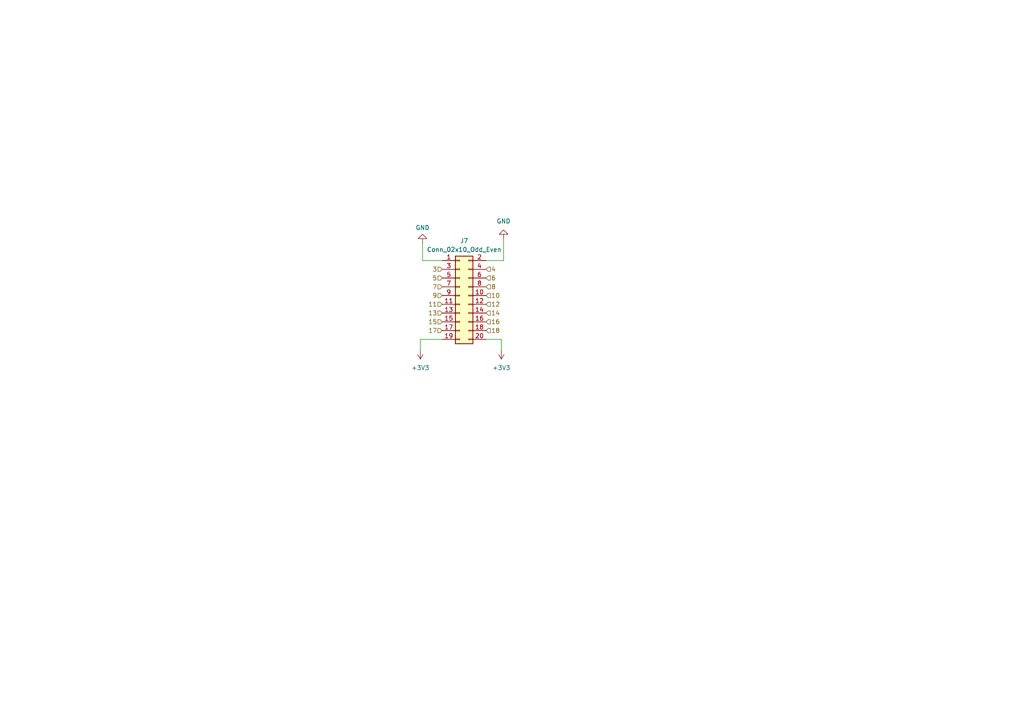
<source format=kicad_sch>
(kicad_sch (version 20231120) (generator "eeschema") (generator_version "8.0")
  (paper "A4")
  (lib_symbols
    (symbol "Connector_Generic:Conn_02x10_Odd_Even" (pin_names (offset 1.016) hide)
      (property "Reference" "J" (at 1.27 12.7 0))
      (property "Value" "Conn_02x10_Odd_Even" (at 1.27 -15.24 0))
      (symbol "Conn_02x10_Odd_Even_1_1"
        (rectangle (start -1.27 -12.573) (end 0 -12.827) (stroke (width 0.1524)))
        (rectangle (start -1.27 -10.033) (end 0 -10.287) (stroke (width 0.1524)))
        (rectangle (start -1.27 -7.493) (end 0 -7.747) (stroke (width 0.1524)))
        (rectangle (start -1.27 -4.953) (end 0 -5.207) (stroke (width 0.1524)))
        (rectangle (start -1.27 -2.413) (end 0 -2.667) (stroke (width 0.1524)))
        (rectangle (start -1.27 0.127) (end 0 -0.127) (stroke (width 0.1524)))
        (rectangle (start -1.27 2.667) (end 0 2.413) (stroke (width 0.1524)))
        (rectangle (start -1.27 5.207) (end 0 4.953) (stroke (width 0.1524)))
        (rectangle (start -1.27 7.747) (end 0 7.493) (stroke (width 0.1524)))
        (rectangle (start -1.27 10.287) (end 0 10.033) (stroke (width 0.1524)))
        (rectangle (start -1.27 11.43) (end 3.81 -13.97) (stroke (width 0.254)) (fill (type background)))
        (rectangle (start 3.81 -12.573) (end 2.54 -12.827) (stroke (width 0.1524)))
        (rectangle (start 3.81 -10.033) (end 2.54 -10.287) (stroke (width 0.1524)))
        (rectangle (start 3.81 -7.493) (end 2.54 -7.747) (stroke (width 0.1524)))
        (rectangle (start 3.81 -4.953) (end 2.54 -5.207) (stroke (width 0.1524)))
        (rectangle (start 3.81 -2.413) (end 2.54 -2.667) (stroke (width 0.1524)))
        (rectangle (start 3.81 0.127) (end 2.54 -0.127) (stroke (width 0.1524)))
        (rectangle (start 3.81 2.667) (end 2.54 2.413) (stroke (width 0.1524)))
        (rectangle (start 3.81 5.207) (end 2.54 4.953) (stroke (width 0.1524)))
        (rectangle (start 3.81 7.747) (end 2.54 7.493) (stroke (width 0.1524)))
        (rectangle (start 3.81 10.287) (end 2.54 10.033) (stroke (width 0.1524)))
        (pin passive line (at -5.08 10.16 0) (length 3.81) (name "Pin_1") (number "1"))
        (pin passive line (at 7.62 0 180) (length 3.81) (name "Pin_10") (number "10"))
        (pin passive line (at -5.08 -2.54 0) (length 3.81) (name "Pin_11") (number "11"))
        (pin passive line (at 7.62 -2.54 180) (length 3.81) (name "Pin_12") (number "12"))
        (pin passive line (at -5.08 -5.08 0) (length 3.81) (name "Pin_13") (number "13"))
        (pin passive line (at 7.62 -5.08 180) (length 3.81) (name "Pin_14") (number "14"))
        (pin passive line (at -5.08 -7.62 0) (length 3.81) (name "Pin_15") (number "15"))
        (pin passive line (at 7.62 -7.62 180) (length 3.81) (name "Pin_16") (number "16"))
        (pin passive line (at -5.08 -10.16 0) (length 3.81) (name "Pin_17") (number "17"))
        (pin passive line (at 7.62 -10.16 180) (length 3.81) (name "Pin_18") (number "18"))
        (pin passive line (at -5.08 -12.7 0) (length 3.81) (name "Pin_19") (number "19"))
        (pin passive line (at 7.62 10.16 180) (length 3.81) (name "Pin_2") (number "2"))
        (pin passive line (at 7.62 -12.7 180) (length 3.81) (name "Pin_20") (number "20"))
        (pin passive line (at -5.08 7.62 0) (length 3.81) (name "Pin_3") (number "3"))
        (pin passive line (at 7.62 7.62 180) (length 3.81) (name "Pin_4") (number "4"))
        (pin passive line (at -5.08 5.08 0) (length 3.81) (name "Pin_5") (number "5"))
        (pin passive line (at 7.62 5.08 180) (length 3.81) (name "Pin_6") (number "6"))
        (pin passive line (at -5.08 2.54 0) (length 3.81) (name "Pin_7") (number "7"))
        (pin passive line (at 7.62 2.54 180) (length 3.81) (name "Pin_8") (number "8"))
        (pin passive line (at -5.08 0 0) (length 3.81) (name "Pin_9") (number "9"))
      )
    )
    (symbol "power:+3V3" (power) (pin_names (offset 0))
      (property "Value" "+3V3" (at 0 3.556 0))
      (symbol "+3V3_0_1"
        (polyline (pts (xy -0.762 1.27) (xy 0 2.54)))
        (polyline (pts (xy 0 0) (xy 0 2.54)))
        (polyline (pts (xy 0 2.54) (xy 0.762 1.27)))
      )
      (symbol "+3V3_1_1"
        (pin power_in line (at 0 0 90) (length 0) hide (name "+3V3") (number "1"))
      )
    )
    (symbol "power:GND" (power) (pin_names (offset 0))
      (property "Value" "GND" (at 0 -3.81 0))
      (symbol "GND_0_1"
        (polyline (pts (xy 0 0) (xy 0 -1.27) (xy 1.27 -1.27) (xy 0 -2.54) (xy -1.27 -1.27) (xy 0 -1.27)))
      )
      (symbol "GND_1_1"
        (pin power_in line (at 0 0 270) (length 0) hide (name "GND") (number "1"))
      )
    )
  )
  (wire (pts (xy 122.555 75.565) (xy 128.27 75.565)))
  (wire (pts (xy 140.97 98.425) (xy 145.415 98.425)))
  (wire (pts (xy 145.415 101.6) (xy 145.415 98.425)))
  (wire (pts (xy 146.05 75.565) (xy 140.97 75.565)))
  (wire (pts (xy 146.05 69.215) (xy 146.05 75.565)))
  (wire (pts (xy 121.92 98.425) (xy 128.27 98.425)))
  (wire (pts (xy 121.92 101.6) (xy 121.92 98.425)))
  (wire (pts (xy 122.555 70.485) (xy 122.555 75.565)))
  (hierarchical_label "15" (shape input) (at 128.27 93.345 180))
  (hierarchical_label "8" (shape input) (at 140.97 83.185 0))
  (hierarchical_label "13" (shape input) (at 128.27 90.805 180))
  (hierarchical_label "11" (shape input) (at 128.27 88.265 180))
  (hierarchical_label "9" (shape input) (at 128.27 85.725 180))
  (hierarchical_label "7" (shape input) (at 128.27 83.185 180))
  (hierarchical_label "14" (shape input) (at 140.97 90.805 0))
  (hierarchical_label "17" (shape input) (at 128.27 95.885 180))
  (hierarchical_label "5" (shape input) (at 128.27 80.645 180))
  (hierarchical_label "18" (shape input) (at 140.97 95.885 0))
  (hierarchical_label "10" (shape input) (at 140.97 85.725 0))
  (hierarchical_label "12" (shape input) (at 140.97 88.265 0))
  (hierarchical_label "6" (shape input) (at 140.97 80.645 0))
  (hierarchical_label "4" (shape input) (at 140.97 78.105 0))
  (hierarchical_label "16" (shape input) (at 140.97 93.345 0))
  (hierarchical_label "3" (shape input) (at 128.27 78.105 180))
  (symbol (lib_id "Connector_Generic:Conn_02x10_Odd_Even") (at 133.35 85.725 0) (unit 1)
    (property "Reference" "J7" (at 134.62 69.85 0))
    (property "Value" "Conn_02x10_Odd_Even" (at 134.62 72.39 0))
    (property "Footprint" "Connector_PinHeader_2.54mm:PinHeader_2x10_P2.54mm_Vertical" (effects (hide yes)))
  )
  (symbol (lib_id "power:+3V3") (at 121.92 101.6 180) (unit 1)
    (property "Reference" "#PWR0123" (effects (hide yes)))
    (property "Value" "+3V3" (at 121.92 106.68 0))
  )
  (symbol (lib_id "power:GND") (at 146.05 69.215 180) (unit 1)
    (property "Reference" "#PWR0126" (effects (hide yes)))
    (property "Value" "GND" (at 146.05 64.135 0))
  )
  (symbol (lib_id "power:GND") (at 122.555 70.485 180) (unit 1)
    (property "Reference" "#PWR0124" (effects (hide yes)))
    (property "Value" "GND" (at 122.555 66.04 0))
  )
  (symbol (lib_id "power:+3V3") (at 145.415 101.6 180) (unit 1)
    (property "Reference" "#PWR0125" (effects (hide yes)))
    (property "Value" "+3V3" (at 145.415 106.68 0))
  )
)
</source>
